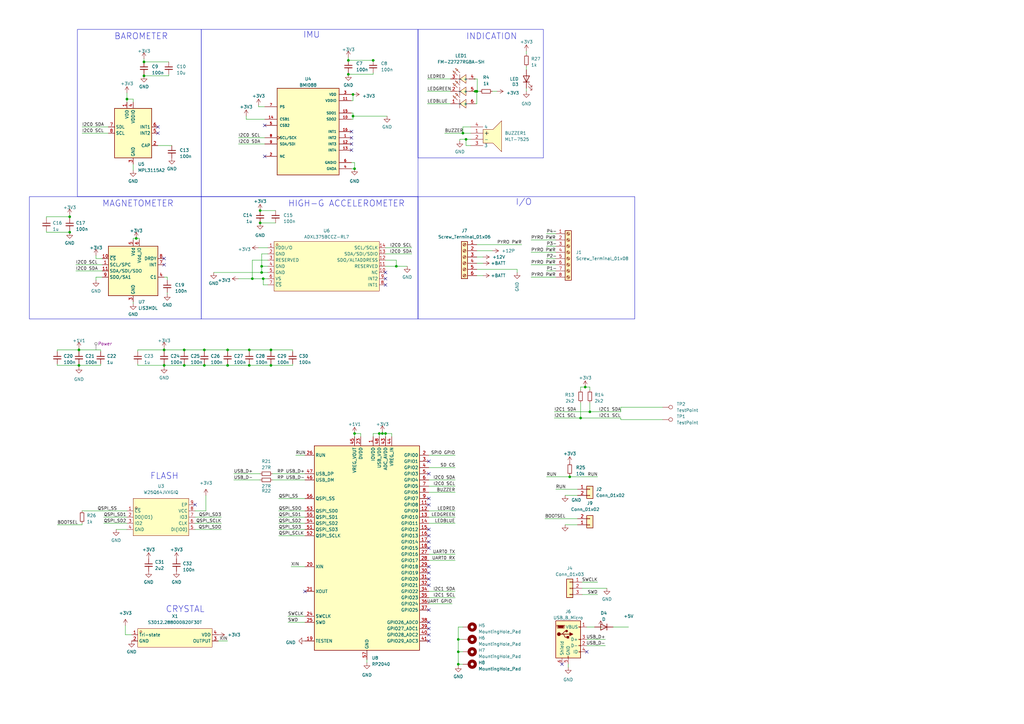
<source format=kicad_sch>
(kicad_sch (version 20230121) (generator eeschema)
  (paper "A3")
  (junction (at 106.68 91.44))
  (junction (at 145.415 177.8))
  (junction (at 28.575 88.9))
  (junction (at 103.505 114.3))
  (junction (at 32.385 143.51))
  (junction (at 52.07 40.64))
  (junction (at 238.125 171.45))
  (junction (at 187.96 267.335))
  (junction (at 93.345 143.51))
  (junction (at 67.31 149.86))
  (junction (at 59.055 31.115))
  (junction (at 83.82 143.51))
  (junction (at 241.935 168.91))
  (junction (at 195.58 37.4737))
  (junction (at 67.31 143.51))
  (junction (at 187.96 262.255))
  (junction (at 75.565 143.51))
  (junction (at 144.78 38.735))
  (junction (at 158.115 177.8))
  (junction (at 106.68 86.36))
  (junction (at 142.875 30.48))
  (junction (at 111.125 143.51))
  (junction (at 142.875 24.765))
  (junction (at 153.035 24.765))
  (junction (at 187.96 272.415))
  (junction (at 59.055 25.4))
  (junction (at 111.125 149.86))
  (junction (at 28.575 95.25))
  (junction (at 240.03 158.75))
  (junction (at 102.235 143.51))
  (junction (at 93.345 149.86))
  (junction (at 83.82 149.86))
  (junction (at 162.56 109.22))
  (junction (at 144.78 47.625))
  (junction (at 156.845 177.8))
  (junction (at 233.68 195.58))
  (junction (at 155.575 177.8))
  (junction (at 75.565 149.86))
  (junction (at 145.415 69.215))
  (junction (at 107.315 111.76))
  (junction (at 102.235 149.86))
  (junction (at 107.315 109.22))
  (junction (at 32.385 149.86))
  (junction (at 189.865 54.61))
  (junction (at 194.945 37.465))
  (junction (at 107.95 114.3))
  (junction (at 55.88 97.79))
  (junction (at 191.135 57.15))
  (junction (at 195.58 37.465))
  (no_connect (at 175.895 217.17))
  (no_connect (at 175.895 262.89))
  (no_connect (at 108.585 51.435))
  (no_connect (at 144.145 59.055))
  (no_connect (at 144.145 56.515))
  (no_connect (at 64.77 54.61))
  (no_connect (at 125.095 242.57))
  (no_connect (at 80.01 207.01))
  (no_connect (at 158.115 116.84))
  (no_connect (at 175.895 237.49))
  (no_connect (at 175.895 204.47))
  (no_connect (at 175.895 257.81))
  (no_connect (at 175.895 222.25))
  (no_connect (at 108.585 64.135))
  (no_connect (at 175.895 250.19))
  (no_connect (at 175.895 240.03))
  (no_connect (at 175.895 207.01))
  (no_connect (at 240.665 267.335))
  (no_connect (at 175.895 194.31))
  (no_connect (at 175.895 234.95))
  (no_connect (at 144.145 53.975))
  (no_connect (at 175.895 232.41))
  (no_connect (at 67.31 106.045))
  (no_connect (at 175.895 224.79))
  (no_connect (at 230.505 272.415))
  (no_connect (at 67.31 108.585))
  (no_connect (at 175.895 189.23))
  (no_connect (at 175.895 260.35))
  (no_connect (at 175.895 255.27))
  (no_connect (at 144.145 61.595))
  (no_connect (at 158.115 114.3))
  (no_connect (at 175.895 219.71))
  (no_connect (at 64.77 52.07))
  (no_connect (at 158.115 111.76))
  (wire (pts (xy 195.58 37.465) (xy 196.85 37.465)))
  (wire (pts (xy 191.135 57.15) (xy 191.135 59.69)))
  (wire (pts (xy 108.585 59.055) (xy 97.79 59.055)))
  (wire (pts (xy 19.05 88.9) (xy 19.05 89.535)))
  (wire (pts (xy 32.385 142.875) (xy 32.385 143.51)))
  (wire (pts (xy 57.15 97.79) (xy 57.15 98.425)))
  (wire (pts (xy 121.285 186.69) (xy 125.095 186.69)))
  (wire (pts (xy 175.895 199.39) (xy 186.69 199.39)))
  (wire (pts (xy 107.95 116.84) (xy 107.95 114.3)))
  (wire (pts (xy 175.895 212.09) (xy 186.69 212.09)))
  (wire (pts (xy 28.575 88.265) (xy 28.575 88.9)))
  (wire (pts (xy 107.315 111.76) (xy 109.855 111.76)))
  (wire (pts (xy 51.435 260.35) (xy 53.975 260.35)))
  (wire (pts (xy 114.3 209.55) (xy 125.095 209.55)))
  (wire (pts (xy 111.125 149.86) (xy 120.015 149.86)))
  (wire (pts (xy 23.495 215.265) (xy 33.655 215.265)))
  (wire (pts (xy 114.3 219.71) (xy 125.095 219.71)))
  (wire (pts (xy 84.455 203.2) (xy 84.455 209.55)))
  (wire (pts (xy 111.76 196.85) (xy 125.095 196.85)))
  (wire (pts (xy 175.895 186.69) (xy 186.69 186.69)))
  (wire (pts (xy 182.386 54.6187) (xy 189.865 54.6187)))
  (wire (pts (xy 175.895 196.85) (xy 186.69 196.85)))
  (wire (pts (xy 125.095 232.41) (xy 119.38 232.41)))
  (wire (pts (xy 28.575 88.9) (xy 28.575 89.535)))
  (wire (pts (xy 187.96 257.175) (xy 189.865 257.175)))
  (wire (pts (xy 120.015 143.51) (xy 120.015 144.145)))
  (wire (pts (xy 39.37 104.775) (xy 39.37 106.045)))
  (wire (pts (xy 238.125 158.75) (xy 240.03 158.75)))
  (wire (pts (xy 44.45 52.07) (xy 33.655 52.07)))
  (wire (pts (xy 194.451 32.3937) (xy 194.451 32.385)))
  (wire (pts (xy 75.565 149.86) (xy 83.82 149.86)))
  (wire (pts (xy 114.3 214.63) (xy 125.095 214.63)))
  (wire (pts (xy 102.235 149.86) (xy 111.125 149.86)))
  (wire (pts (xy 175.895 214.63) (xy 186.69 214.63)))
  (wire (pts (xy 41.91 108.585) (xy 31.115 108.585)))
  (wire (pts (xy 187.96 262.255) (xy 189.865 262.255)))
  (wire (pts (xy 240.665 262.255) (xy 248.285 262.255)))
  (wire (pts (xy 175.895 209.55) (xy 186.69 209.55)))
  (wire (pts (xy 162.56 109.22) (xy 162.56 106.68)))
  (wire (pts (xy 240.665 264.795) (xy 248.285 264.795)))
  (wire (pts (xy 109.855 109.22) (xy 107.315 109.22)))
  (wire (pts (xy 33.655 209.55) (xy 52.07 209.55)))
  (wire (pts (xy 75.565 143.51) (xy 83.82 143.51)))
  (wire (pts (xy 153.035 24.765) (xy 153.67 24.765)))
  (wire (pts (xy 189.865 54.61) (xy 189.865 52.07)))
  (wire (pts (xy 109.855 106.68) (xy 103.505 106.68)))
  (wire (pts (xy 59.055 25.4) (xy 69.215 25.4)))
  (wire (pts (xy 69.215 30.48) (xy 69.215 31.115)))
  (wire (pts (xy 113.03 86.36) (xy 106.68 86.36)))
  (wire (pts (xy 118.11 255.27) (xy 125.095 255.27)))
  (wire (pts (xy 103.505 106.68) (xy 103.505 114.3)))
  (wire (pts (xy 42.545 214.63) (xy 52.07 214.63)))
  (wire (pts (xy 233.68 195.58) (xy 245.11 195.58)))
  (wire (pts (xy 195.58 113.03) (xy 198.12 113.03)))
  (wire (pts (xy 39.37 114.935) (xy 39.37 113.665)))
  (wire (pts (xy 52.07 40.64) (xy 52.07 41.91)))
  (wire (pts (xy 194.945 37.465) (xy 195.58 37.465)))
  (wire (pts (xy 109.855 104.14) (xy 107.315 104.14)))
  (wire (pts (xy 155.575 177.8) (xy 155.575 179.07)))
  (wire (pts (xy 227.33 168.91) (xy 241.935 168.91)))
  (wire (pts (xy 238.125 171.45) (xy 254.635 171.45)))
  (wire (pts (xy 160.655 177.8) (xy 160.655 179.07)))
  (wire (pts (xy 175.895 242.57) (xy 186.69 242.57)))
  (wire (pts (xy 156.845 177.8) (xy 158.115 177.8)))
  (wire (pts (xy 224.155 106.045) (xy 227.965 106.045)))
  (wire (pts (xy 153.035 179.07) (xy 153.035 177.8)))
  (wire (pts (xy 195.58 107.95) (xy 198.12 107.95)))
  (wire (pts (xy 241.935 168.91) (xy 254.635 168.91)))
  (wire (pts (xy 144.145 38.735) (xy 144.78 38.735)))
  (wire (pts (xy 95.885 194.31) (xy 106.68 194.31)))
  (wire (pts (xy 59.055 31.115) (xy 69.215 31.115)))
  (wire (pts (xy 93.345 149.86) (xy 93.345 149.225)))
  (wire (pts (xy 189.865 52.07) (xy 193.04 52.07)))
  (wire (pts (xy 238.125 165.1) (xy 238.125 171.45)))
  (wire (pts (xy 55.88 97.79) (xy 54.61 97.79)))
  (wire (pts (xy 106.045 101.6) (xy 109.855 101.6)))
  (wire (pts (xy 175.895 245.11) (xy 186.69 245.11)))
  (wire (pts (xy 175.895 229.87) (xy 186.69 229.87)))
  (wire (pts (xy 67.31 149.86) (xy 67.31 149.225)))
  (wire (pts (xy 28.575 94.615) (xy 28.575 95.25)))
  (wire (pts (xy 67.31 143.51) (xy 75.565 143.51)))
  (wire (pts (xy 51.435 256.54) (xy 51.435 260.35)))
  (wire (pts (xy 32.385 143.51) (xy 32.385 144.145)))
  (wire (pts (xy 241.935 158.75) (xy 241.935 160.02)))
  (wire (pts (xy 145.415 177.8) (xy 145.415 179.07)))
  (wire (pts (xy 215.9 36.195) (xy 215.9 37.465)))
  (wire (pts (xy 97.79 114.3) (xy 103.505 114.3)))
  (wire (pts (xy 212.09 110.49) (xy 195.58 110.49)))
  (wire (pts (xy 224.155 95.885) (xy 227.965 95.885)))
  (wire (pts (xy 217.805 103.505) (xy 227.965 103.505)))
  (wire (pts (xy 118.11 252.73) (xy 125.095 252.73)))
  (wire (pts (xy 87.63 111.76) (xy 107.315 111.76)))
  (wire (pts (xy 195.58 105.41) (xy 198.12 105.41)))
  (wire (pts (xy 59.055 24.13) (xy 59.055 25.4)))
  (wire (pts (xy 114.3 217.17) (xy 125.095 217.17)))
  (wire (pts (xy 142.875 23.495) (xy 142.875 24.765)))
  (wire (pts (xy 145.415 177.8) (xy 147.955 177.8)))
  (wire (pts (xy 23.495 149.86) (xy 23.495 149.225)))
  (wire (pts (xy 189.865 54.61) (xy 193.04 54.61)))
  (wire (pts (xy 175.26 42.545) (xy 184.785 42.545)))
  (wire (pts (xy 111.76 194.31) (xy 125.095 194.31)))
  (wire (pts (xy 144.145 66.675) (xy 145.415 66.675)))
  (wire (pts (xy 41.91 111.125) (xy 31.115 111.125)))
  (wire (pts (xy 44.45 54.61) (xy 33.655 54.61)))
  (wire (pts (xy 56.515 143.51) (xy 67.31 143.51)))
  (wire (pts (xy 144.145 48.895) (xy 144.78 48.895)))
  (wire (pts (xy 107.315 104.14) (xy 107.315 109.22)))
  (wire (pts (xy 254.635 172.085) (xy 271.78 172.085)))
  (wire (pts (xy 42.545 212.09) (xy 52.07 212.09)))
  (wire (pts (xy 195.58 102.87) (xy 201.93 102.87)))
  (wire (pts (xy 254.635 167.005) (xy 271.78 167.005)))
  (wire (pts (xy 162.56 109.22) (xy 167.005 109.22)))
  (wire (pts (xy 56.515 143.51) (xy 56.515 144.145)))
  (wire (pts (xy 215.9 20.955) (xy 215.9 22.225)))
  (wire (pts (xy 23.495 149.86) (xy 32.385 149.86)))
  (wire (pts (xy 142.875 30.48) (xy 153.035 30.48)))
  (wire (pts (xy 236.855 215.265) (xy 231.775 215.265)))
  (wire (pts (xy 111.125 149.86) (xy 111.125 149.225)))
  (wire (pts (xy 224.155 111.125) (xy 227.965 111.125)))
  (wire (pts (xy 93.345 262.89) (xy 89.535 262.89)))
  (wire (pts (xy 28.575 95.25) (xy 19.05 95.25)))
  (wire (pts (xy 111.125 143.51) (xy 120.015 143.51)))
  (wire (pts (xy 144.145 41.275) (xy 144.78 41.275)))
  (wire (pts (xy 52.07 38.1) (xy 52.07 40.64)))
  (wire (pts (xy 191.135 57.15) (xy 193.04 57.15)))
  (wire (pts (xy 41.275 143.51) (xy 41.275 144.145)))
  (wire (pts (xy 144.145 46.355) (xy 144.78 46.355)))
  (wire (pts (xy 187.96 262.255) (xy 187.96 257.175)))
  (wire (pts (xy 195.58 42.545) (xy 195.58 37.4737)))
  (wire (pts (xy 156.845 177.165) (xy 156.845 177.8)))
  (wire (pts (xy 80.01 217.17) (xy 90.805 217.17)))
  (wire (pts (xy 107.95 114.3) (xy 109.855 114.3)))
  (wire (pts (xy 83.82 149.86) (xy 93.345 149.86)))
  (wire (pts (xy 32.385 143.51) (xy 41.275 143.51)))
  (wire (pts (xy 67.31 142.875) (xy 67.31 143.51)))
  (wire (pts (xy 257.81 257.175) (xy 251.46 257.175)))
  (wire (pts (xy 246.38 257.81) (xy 246.38 257.175)))
  (wire (pts (xy 41.275 149.86) (xy 41.275 149.225)))
  (wire (pts (xy 93.345 143.51) (xy 93.345 144.145)))
  (wire (pts (xy 32.385 149.86) (xy 32.385 149.225)))
  (wire (pts (xy 144.78 47.625) (xy 144.78 48.895)))
  (wire (pts (xy 100.965 47.625) (xy 100.965 48.895)))
  (wire (pts (xy 238.76 241.3) (xy 248.92 241.3)))
  (wire (pts (xy 240.03 158.75) (xy 241.935 158.75)))
  (wire (pts (xy 107.315 109.22) (xy 107.315 111.76)))
  (wire (pts (xy 23.495 143.51) (xy 32.385 143.51)))
  (wire (pts (xy 212.09 111.76) (xy 212.09 110.49)))
  (wire (pts (xy 84.455 209.55) (xy 80.01 209.55)))
  (wire (pts (xy 158.115 101.6) (xy 168.91 101.6)))
  (wire (pts (xy 158.115 177.8) (xy 158.115 179.07)))
  (wire (pts (xy 33.655 215.265) (xy 33.655 214.63)))
  (wire (pts (xy 19.05 88.9) (xy 28.575 88.9)))
  (wire (pts (xy 155.575 177.8) (xy 156.845 177.8)))
  (wire (pts (xy 175.26 32.385) (xy 184.785 32.385)))
  (wire (pts (xy 158.75 47.625) (xy 144.78 47.625)))
  (wire (pts (xy 158.115 177.8) (xy 160.655 177.8)))
  (wire (pts (xy 189.865 54.6187) (xy 189.865 54.61)))
  (wire (pts (xy 187.96 267.335) (xy 189.865 267.335)))
  (wire (pts (xy 111.125 143.51) (xy 111.125 144.145)))
  (wire (pts (xy 187.96 272.415) (xy 189.865 272.415)))
  (wire (pts (xy 64.77 59.69) (xy 70.485 59.69)))
  (wire (pts (xy 217.805 113.665) (xy 227.965 113.665)))
  (wire (pts (xy 23.495 143.51) (xy 23.495 144.145)))
  (wire (pts (xy 108.585 56.515) (xy 97.79 56.515)))
  (wire (pts (xy 100.965 48.895) (xy 108.585 48.895)))
  (wire (pts (xy 114.3 204.47) (xy 125.095 204.47)))
  (wire (pts (xy 150.495 271.78) (xy 150.495 270.51)))
  (wire (pts (xy 175.26 37.465) (xy 184.785 37.465)))
  (wire (pts (xy 193.816 37.4737) (xy 193.816 37.465)))
  (wire (pts (xy 238.76 243.84) (xy 245.11 243.84)))
  (wire (pts (xy 194.945 42.545) (xy 195.58 42.545)))
  (wire (pts (xy 80.01 214.63) (xy 90.805 214.63)))
  (wire (pts (xy 19.05 94.615) (xy 19.05 95.25)))
  (wire (pts (xy 68.58 113.665) (xy 68.58 114.935)))
  (wire (pts (xy 238.76 238.76) (xy 245.11 238.76)))
  (wire (pts (xy 142.875 24.765) (xy 153.035 24.765)))
  (wire (pts (xy 106.045 43.815) (xy 106.045 43.18)))
  (wire (pts (xy 254.635 172.085) (xy 254.635 171.45)))
  (wire (pts (xy 254.635 167.005) (xy 254.635 168.91)))
  (wire (pts (xy 54.61 97.79) (xy 54.61 98.425)))
  (wire (pts (xy 114.3 212.09) (xy 125.095 212.09)))
  (wire (pts (xy 236.855 212.725) (xy 223.52 212.725)))
  (wire (pts (xy 195.58 100.33) (xy 213.995 100.33)))
  (wire (pts (xy 188.595 57.785) (xy 188.595 57.15)))
  (wire (pts (xy 153.035 29.845) (xy 153.035 30.48)))
  (wire (pts (xy 215.9 28.575) (xy 215.9 27.305)))
  (wire (pts (xy 144.145 69.215) (xy 145.415 69.215)))
  (wire (pts (xy 195.721 37.4737) (xy 195.58 37.4737)))
  (wire (pts (xy 187.96 273.05) (xy 187.96 272.415)))
  (wire (pts (xy 227.965 200.66) (xy 236.855 200.66)))
  (wire (pts (xy 95.885 196.85) (xy 106.68 196.85)))
  (wire (pts (xy 191.135 59.69) (xy 193.04 59.69)))
  (wire (pts (xy 32.385 149.86) (xy 41.275 149.86)))
  (wire (pts (xy 106.045 43.815) (xy 108.585 43.815)))
  (wire (pts (xy 103.505 114.3) (xy 107.95 114.3)))
  (wire (pts (xy 238.125 158.75) (xy 238.125 160.02)))
  (wire (pts (xy 187.96 272.415) (xy 187.96 267.335)))
  (wire (pts (xy 144.78 46.355) (xy 144.78 47.625)))
  (wire (pts (xy 224.155 100.965) (xy 227.965 100.965)))
  (wire (pts (xy 68.58 120.015) (xy 68.58 120.65)))
  (wire (pts (xy 194.451 32.385) (xy 194.945 32.385)))
  (wire (pts (xy 54.61 40.64) (xy 52.07 40.64)))
  (wire (pts (xy 102.235 143.51) (xy 102.235 144.145)))
  (wire (pts (xy 56.515 149.86) (xy 56.515 149.225)))
  (wire (pts (xy 187.96 267.335) (xy 187.96 262.255)))
  (wire (pts (xy 54.61 123.825) (xy 54.61 124.46)))
  (wire (pts (xy 158.115 106.68) (xy 162.56 106.68)))
  (wire (pts (xy 39.37 113.665) (xy 41.91 113.665)))
  (wire (pts (xy 147.955 177.8) (xy 147.955 179.07)))
  (wire (pts (xy 83.82 149.86) (xy 83.82 149.225)))
  (wire (pts (xy 83.82 143.51) (xy 83.82 144.145)))
  (wire (pts (xy 67.31 113.665) (xy 68.58 113.665)))
  (wire (pts (xy 54.61 41.91) (xy 54.61 40.64)))
  (wire (pts (xy 102.235 143.51) (xy 111.125 143.51)))
  (wire (pts (xy 233.045 272.415) (xy 233.045 273.685)))
  (wire (pts (xy 32.385 149.86) (xy 32.385 150.495)))
  (wire (pts (xy 67.31 143.51) (xy 67.31 144.145)))
  (wire (pts (xy 217.805 98.425) (xy 227.965 98.425)))
  (wire (pts (xy 195.58 37.4737) (xy 193.816 37.4737)))
  (wire (pts (xy 233.68 194.945) (xy 233.68 195.58)))
  (wire (pts (xy 175.895 227.33) (xy 186.69 227.33)))
  (wire (pts (xy 67.31 149.86) (xy 67.31 150.495)))
  (wire (pts (xy 102.235 149.86) (xy 102.235 149.225)))
  (wire (pts (xy 59.055 30.48) (xy 59.055 31.115)))
  (wire (pts (xy 109.855 116.84) (xy 107.95 116.84)))
  (wire (pts (xy 188.595 57.15) (xy 191.135 57.15)))
  (wire (pts (xy 120.015 149.86) (xy 120.015 149.225)))
  (wire (pts (xy 201.93 37.465) (xy 203.835 37.465)))
  (wire (pts (xy 193.816 37.465) (xy 194.945 37.465)))
  (wire (pts (xy 54.61 69.85) (xy 54.61 67.31)))
  (wire (pts (xy 47.625 217.17) (xy 52.07 217.17)))
  (wire (pts (xy 144.78 41.275) (xy 144.78 38.735)))
  (wire (pts (xy 195.721 32.3937) (xy 195.721 37.4737)))
  (wire (pts (xy 175.895 201.93) (xy 186.69 201.93)))
  (wire (pts (xy 145.415 66.675) (xy 145.415 69.215)))
  (wire (pts (xy 240.665 257.175) (xy 243.84 257.175)))
  (wire (pts (xy 75.565 143.51) (xy 75.565 144.145)))
  (wire (pts (xy 83.82 143.51) (xy 93.345 143.51)))
  (wire (pts (xy 195.58 37.4737) (xy 195.58 37.465)))
  (wire (pts (xy 39.37 106.045) (xy 41.91 106.045)))
  (wire (pts (xy 227.33 171.45) (xy 238.125 171.45)))
  (wire (pts (xy 231.775 203.2) (xy 236.855 203.2)))
  (wire (pts (xy 195.721 32.3937) (xy 194.451 32.3937)))
  (wire (pts (xy 158.115 104.14) (xy 168.91 104.14)))
  (wire (pts (xy 153.035 177.8) (xy 155.575 177.8)))
  (wire (pts (xy 142.875 29.845) (xy 142.875 30.48)))
  (wire (pts (xy 158.115 109.22) (xy 162.56 109.22)))
  (wire (pts (xy 93.345 149.86) (xy 102.235 149.86)))
  (wire (pts (xy 67.31 149.86) (xy 56.515 149.86)))
  (wire (pts (xy 113.03 91.44) (xy 106.68 91.44)))
  (wire (pts (xy 185.42 247.65) (xy 175.895 247.65)))
  (wire (pts (xy 241.935 165.1) (xy 241.935 168.91)))
  (wire (pts (xy 75.565 149.86) (xy 75.565 149.225)))
  (wire (pts (xy 67.31 149.86) (xy 75.565 149.86)))
  (wire (pts (xy 80.01 212.09) (xy 90.805 212.09)))
  (wire (pts (xy 186.69 191.77) (xy 175.895 191.77)))
  (wire (pts (xy 224.155 195.58) (xy 233.68 195.58)))
  (wire (pts (xy 93.345 143.51) (xy 102.235 143.51)))
  (wire (pts (xy 217.805 108.585) (xy 227.965 108.585)))
  (wire (pts (xy 55.88 97.79) (xy 57.15 97.79)))
  (rectangle (start 82.55 12.065) (end 171.45 80.645))
  (rectangle (start 171.45 80.645) (end 260.35 130.81))
  (rectangle (start 82.55 80.645) (end 171.45 130.81))
  (rectangle (start 12.065 80.645) (end 82.55 130.81))
  (rectangle (start 31.75 12.065) (end 82.55 80.645))
  (rectangle (start 171.45 12.065) (end 222.885 64.77))
  (text "HIGH-G ACCELEROMETER" (at 118.11 85.09 0) (effects (font (size 2.54 2.54)) (justify left bottom)))
  (text "CRYSTAL" (at 67.945 251.46 0) (effects (font (size 2.54 2.54)) (justify left bottom)))
  (text "I/O" (at 211.455 84.455 0) (effects (font (size 2.54 2.54)) (justify left bottom)))
  (text "INDICATION" (at 191.135 16.51 0) (effects (font (size 2.54 2.54)) (justify left bottom)))
  (text "FLASH" (at 61.595 196.85 0) (effects (font (size 2.54 2.54)) (justify left bottom)))
  (text "IMU" (at 124.319 15.8663 0) (effects (font (size 2.54 2.54)) (justify left bottom)))
  (text "MAGNETOMETER" (at 41.91 85.09 0) (effects (font (size 2.54 2.54)) (justify left bottom)))
  (text "BAROMETER" (at 46.849 16.5013 0) (effects (font (size 2.54 2.54)) (justify left bottom)))
  (label "I2C0 SCL" (at 168.91 101.6 180))
  (label "PYRO PWR" (at 217.805 108.585 0))
  (label "QSPI_SD1" (at 114.3 212.09 0))
  (label "PYRO PWR" (at 217.805 98.425 0))
  (label "LEDRED" (at 175.26 32.385 0))
  (label "SD CS" (at 186.69 191.77 180))
  (label "P1-" (at 224.155 111.125 0))
  (label "I2C0 SDA" (at 168.91 104.14 180))
  (label "I2C1 SDA" (at 186.69 242.57 180))
  (label "SWD" (at 245.11 243.84 180))
  (label "I2C1 SDA" (at 254.635 168.91 180))
  (label "P3-" (at 224.155 100.965 0))
  (label "USB_D-" (at 248.285 264.795 180))
  (label "P2-" (at 224.155 106.045 0))
  (label "I2C1 SCL" (at 186.69 245.11 180))
  (label "I2C0 SCL" (at 186.69 199.39 180))
  (label "QSPI_SDO" (at 90.805 217.17 180))
  (label "RUN" (at 245.11 195.58 180))
  (label "RP USB_D-" (at 113.665 196.85 0))
  (label "QSPI_SD2" (at 42.545 214.63 0))
  (label "PYRO PWR" (at 217.805 103.505 0))
  (label "SWCLK" (at 245.11 238.76 180))
  (label "SWCLK" (at 118.11 252.73 0))
  (label "P4-" (at 224.155 95.885 0))
  (label "BUZZER" (at 182.386 54.6187 0))
  (label "UART GPIO" (at 185.42 247.65 180))
  (label "BOOTSEL" (at 23.495 215.265 0))
  (label "XIN" (at 93.345 262.89 180))
  (label "QSPI_SS" (at 40.005 209.55 0))
  (label "RUN" (at 227.965 200.66 0))
  (label "RUN" (at 224.155 195.58 0))
  (label "I2C0 SCL" (at 31.115 108.585 0))
  (label "I2C0 SDA" (at 31.115 111.125 0))
  (label "QSPI_SCLK" (at 90.805 214.63 180))
  (label "I2C1 SCL" (at 254.635 171.45 180))
  (label "LEDBLUE" (at 186.69 214.63 180))
  (label "I2C0 SDA" (at 97.79 59.055 0))
  (label "XIN" (at 119.38 232.41 0))
  (label "QSPI_SD1" (at 42.545 212.09 0))
  (label "I2C0 SCL" (at 33.655 54.61 0))
  (label "I2C0 SDA" (at 186.69 196.85 180))
  (label "UART0 TX" (at 186.69 227.33 180))
  (label "RP USB_D+" (at 113.665 194.31 0))
  (label "SWD" (at 118.11 255.27 0))
  (label "LEDGREEN" (at 175.26 37.465 0))
  (label "I2C1 SDA" (at 227.33 168.91 0))
  (label "LEDGREEN" (at 186.69 212.09 180))
  (label "BOOTSEL" (at 223.52 212.725 0))
  (label "QSPI_SS" (at 114.3 204.47 0))
  (label "I2C1 SCL" (at 227.33 171.45 0))
  (label "QSPI_SCLK" (at 114.3 219.71 0))
  (label "QSPI_SDO" (at 114.3 209.55 0))
  (label "PYRO PWR" (at 217.805 113.665 0))
  (label "USB_D+" (at 95.885 194.31 0))
  (label "LEDRED" (at 186.69 209.55 180))
  (label "LEDBLUE" (at 175.26 42.545 0))
  (label "USB_D+" (at 248.285 262.255 180))
  (label "I2C0 SDA" (at 33.655 52.07 0))
  (label "RUN" (at 121.285 186.69 0))
  (label "SPI0 GPIO" (at 186.69 186.69 180))
  (label "USB_D-" (at 95.885 196.85 0))
  (label "QSPI_SD2" (at 114.3 214.63 0))
  (label "I2C0 SCL" (at 97.79 56.515 0))
  (label "BUZZER" (at 186.69 201.93 180))
  (label "QSPI_SD3" (at 114.3 217.17 0))
  (label "UART0 RX" (at 186.69 229.87 180))
  (label "PYRO PWR" (at 213.995 100.33 180))
  (label "QSPI_SD3" (at 90.805 212.09 180))
  (netclass_flag "" (length 2.54) (shape round) (at 39.37 143.51 0) (property "Netclass" "Power" (at 40.0685 140.97 0) (effects (font italic) (justify left))))
  (symbol (lib_id "power:+3V3") (at 97.79 114.3 90) (unit 1)
    (property "Reference" "#PWR047" (effects hide))
    (property "Value" "+3V3" (at 94.615 114.935 90) (effects (justify left)))
    (instances (project "Lyrav3" (path "" (reference "#PWR047") (unit 1)) (path "" (reference "#PWR054") (unit 1))))
  )
  (symbol (lib_id "Device:C_Small") (at 68.58 117.475 0) (unit 1)
    (property "Reference" "C19" (at 71.755 116.8463 0) (effects (justify left)))
    (property "Value" "100n" (at 71.755 119.3863 0) (effects (justify left)))
    (property "Footprint" "Capacitor_SMD:C_0402_1005Metric" (effects hide))
    (instances (project "Lyrav3" (path "" (reference "C19") (unit 1)) (path "" (reference "C19") (unit 1))) (project "Lyra V2" (path "" (reference "C12") (unit 1))))
  )
  (symbol (lib_id "Device:C_Small") (at 83.82 146.685 0) (unit 1)
    (property "Reference" "C26" (at 86.36 146.0563 0) (effects (justify left)))
    (property "Value" "100n" (at 86.36 148.59 0) (effects (justify left)))
    (property "Footprint" "Capacitor_SMD:C_0402_1005Metric" (effects hide))
    (instances (project "Lyrav3" (path "" (reference "C26") (unit 1)) (path "" (reference "C23") (unit 1))) (project "Lyra V2" (path "" (reference "C24") (unit 1))))
  )
  (symbol (lib_id "power:+3V3") (at 156.845 177.165 0) (unit 1)
    (property "Reference" "#PWR064" (effects hide))
    (property "Value" "+3V3" (at 156.845 173.99 0))
    (instances (project "Lyrav3" (path "" (reference "#PWR064") (unit 1)) (path "" (reference "#PWR085") (unit 1))) (project "Lyra V2" (path "" (reference "#PWR093") (unit 1))))
  )
  (symbol (lib_id "Device:C_Small") (at 56.515 146.685 0) (unit 1)
    (property "Reference" "C23" (at 59.055 146.0563 0) (effects (justify left)))
    (property "Value" "1u" (at 59.055 148.5963 0) (effects (justify left)))
    (property "Footprint" "Capacitor_SMD:C_0402_1005Metric" (effects hide))
    (instances (project "Lyrav3" (path "" (reference "C23") (unit 1)) (path "" (reference "C15") (unit 1))) (project "Lyra V2" (path "" (reference "C21") (unit 1))))
  )
  (symbol (lib_id "Device:C_Small") (at 153.035 27.305 0) (unit 1)
    (property "Reference" "C8" (at 156.21 26.0413 0) (effects (justify left)))
    (property "Value" "100n" (at 156.21 28.5813 0) (effects (justify left)))
    (property "Footprint" "Capacitor_SMD:C_0402_1005Metric" (effects hide))
    (instances (project "Lyrav3" (path "" (reference "C8") (unit 1)) (path "" (reference "C31") (unit 1))) (project "Lyra V2" (path "" (reference "C28") (unit 1))))
  )
  (symbol (lib_id "power:GND") (at 28.575 95.25 0) (unit 1)
    (property "Reference" "#PWR039" (effects hide))
    (property "Value" "GND" (at 28.575 99.695 0))
    (instances (project "Lyrav3" (path "" (reference "#PWR039") (unit 1)) (path "" (reference "#PWR013") (unit 1))) (project "Lyra V2" (path "" (reference "#PWR061") (unit 1))))
  )
  (symbol (lib_id "power:+3V3") (at 52.07 38.1 0) (unit 1)
    (property "Reference" "#PWR022" (effects hide))
    (property "Value" "+3V3" (at 52.07 34.29 0))
    (instances (project "Lyrav3" (path "" (reference "#PWR022") (unit 1)) (path "" (reference "#PWR033") (unit 1))) (project "Lyra V2" (path "" (reference "#PWR080") (unit 1))))
  )
  (symbol (lib_id "power:GND") (at 150.495 271.78 0) (unit 1)
    (property "Reference" "#PWR086" (effects hide))
    (property "Value" "GND" (at 150.495 276.86 0))
    (instances (project "Lyrav3" (path "" (reference "#PWR086") (unit 1)) (path "" (reference "#PWR074") (unit 1))) (project "Lyra V2" (path "" (reference "#PWR092") (unit 1))))
  )
  (symbol (lib_id "power:GND") (at 231.775 203.2 0) (unit 1)
    (property "Reference" "#PWR076" (effects hide))
    (property "Value" "GND" (at 234.315 205.105 0) (effects (justify left)))
    (instances (project "Lyrav3" (path "" (reference "#PWR076") (unit 1)) (path "" (reference "#PWR091") (unit 1))) (project "Lyra V2" (path "" (reference "#PWR027") (unit 1))))
  )
  (symbol (lib_id "power:+BATT") (at 198.12 107.95 270) (unit 1)
    (property "Reference" "#PWR0109" (effects hide))
    (property "Value" "+BATT" (at 201.295 107.95 90) (effects (justify left)))
    (instances (project "Lyrav3" (path "" (reference "#PWR0109") (unit 1)) (path "" (reference "#PWR024") (unit 1)) (path "" (reference "#PWR020") (unit 1))) (project "Lyra V2" (path "" (reference "#PWR016") (unit 1))))
  )
  (symbol (lib_id "power:GND") (at 248.92 241.3 0) (unit 1)
    (property "Reference" "#PWR079" (effects hide))
    (property "Value" "GND" (at 248.92 245.745 0))
    (instances (project "Lyrav3" (path "" (reference "#PWR079") (unit 1)) (path "" (reference "#PWR096") (unit 1))) (project "Lyra V2" (path "" (reference "#PWR066") (unit 1))))
  )
  (symbol (lib_id "power:+3V3") (at 89.535 260.35 270) (unit 1)
    (property "Reference" "#PWR074" (effects hide))
    (property "Value" "+3V3" (at 93.345 260.35 90) (effects (justify left)))
    (instances (project "Lyrav3" (path "" (reference "#PWR074") (unit 1)) (path "" (reference "#PWR050") (unit 1))) (project "Lyra V2" (path "" (reference "#PWR072") (unit 1))))
  )
  (symbol (lib_id "power:+3V3") (at 51.435 256.54 0) (unit 1)
    (property "Reference" "#PWR072" (effects hide))
    (property "Value" "+3V3" (at 51.435 251.46 0))
    (instances (project "Lyrav3" (path "" (reference "#PWR072") (unit 1)) (path "" (reference "#PWR029") (unit 1))) (project "Lyra V2" (path "" (reference "#PWR072") (unit 1))))
  )
  (symbol (lib_id "power:+3V3") (at 144.78 38.735 270) (unit 1)
    (property "Reference" "#PWR023" (effects hide))
    (property "Value" "+3V3" (at 148.59 39.37 90) (effects (justify left)))
    (instances (project "Lyrav3" (path "" (reference "#PWR023") (unit 1)) (path "" (reference "#PWR079") (unit 1))) (project "Lyra V2" (path "" (reference "#PWR096") (unit 1))))
  )
  (symbol (lib_id "Device:C_Small") (at 41.275 146.685 0) (unit 1)
    (property "Reference" "C22" (at 43.815 146.0563 0) (effects (justify left)))
    (property "Value" "1u" (at 43.815 148.5963 0) (effects (justify left)))
    (property "Footprint" "Capacitor_SMD:C_0402_1005Metric" (effects hide))
    (instances (project "Lyrav3" (path "" (reference "C22") (unit 1)) (path "" (reference "C13") (unit 1))) (project "Lyra V2" (path "" (reference "C20") (unit 1))))
  )
  (symbol (lib_id "Connector_Generic:Conn_01x02") (at 241.935 215.265 0) (mirror x) (unit 1) (in_bom no)
    (property "Reference" "J9" (at 241.935 206.375 0))
    (property "Value" "Conn_01x02" (at 240.03 208.915 0))
    (property "Footprint" "Jumper:SolderJumper-2_P1.3mm_Open_RoundedPad1.0x1.5mm" (effects hide))
    (instances (project "Lyrav3" (path "" (reference "J9") (unit 1)) (path "" (reference "J6") (unit 1))))
  )
  (symbol (lib_id "Device:R_Small") (at 233.68 192.405 0) (mirror y) (unit 1)
    (property "Reference" "R25" (at 236.22 191.77 0) (effects (justify right)))
    (property "Value" "10k" (at 236.22 194.31 0) (effects (justify right)))
    (property "Footprint" "Resistor_SMD:R_0402_1005Metric" (effects hide))
    (property "LCSC Part" "C375970" (effects hide))
    (instances (project "Lyrav3" (path "" (reference "R25") (unit 1)) (path "" (reference "R22") (unit 1))) (project "Lyra V2" (path "" (reference "R19") (unit 1))))
  )
  (symbol (lib_id "Device:R_Small") (at 215.9 24.765 180) (unit 1)
    (property "Reference" "R27" (at 217.805 24.13 0) (effects (justify right)))
    (property "Value" "1k" (at 217.805 26.67 0) (effects (justify right)))
    (property "Footprint" "Resistor_SMD:R_0402_1005Metric" (effects hide))
    (instances (project "Lyrav3" (path "" (reference "R27") (unit 1)) (path "" (reference "R3") (unit 1)) (path "" (reference "R3") (unit 1))) (project "Lyra V2" (path "" (reference "R1") (unit 1))))
  )
  (symbol (lib_id "power:GND") (at 68.58 120.65 0) (unit 1)
    (property "Reference" "#PWR049" (effects hide))
    (property "Value" "GND" (at 68.58 125.095 0))
    (instances (project "Lyrav3" (path "" (reference "#PWR049") (unit 1)) (path "" (reference "#PWR047") (unit 1))) (project "Lyra V2" (path "" (reference "#PWR062") (unit 1))))
  )
  (symbol (lib_id "Connector_Generic:Conn_01x02") (at 241.935 200.66 0) (unit 1)
    (property "Reference" "J2" (at 244.475 200.66 0) (effects (justify left)))
    (property "Value" "Conn_01x02" (at 244.475 203.2 0) (effects (justify left)))
    (property "Footprint" "Jumper:SolderJumper-2_P1.3mm_Open_RoundedPad1.0x1.5mm" (effects hide))
    (instances (project "Lyrav3" (path "" (reference "J2") (unit 1)) (path "" (reference "J5") (unit 1))))
  )
  (symbol (lib_id "power:GND") (at 167.005 109.22 0) (unit 1)
    (property "Reference" "#PWR044" (effects hide))
    (property "Value" "GND" (at 167.005 113.665 0))
    (instances (project "Lyrav3" (path "" (reference "#PWR044") (unit 1)) (path "" (reference "#PWR088") (unit 1))))
  )
  (symbol (lib_id "Device:C_Small") (at 23.495 146.685 0) (unit 1)
    (property "Reference" "C20" (at 26.035 146.0563 0) (effects (justify left)))
    (property "Value" "100n" (at 26.035 148.5963 0) (effects (justify left)))
    (property "Footprint" "Capacitor_SMD:C_0402_1005Metric" (effects hide))
    (instances (project "Lyrav3" (path "" (reference "C20") (unit 1)) (path "" (reference "C8") (unit 1))) (project "Lyra V2" (path "" (reference "C15") (unit 1))))
  )
  (symbol (lib_id "power:+3V3") (at 55.88 97.79 0) (unit 1)
    (property "Reference" "#PWR040" (effects hide))
    (property "Value" "+3V3" (at 55.88 94.615 0))
    (instances (project "Lyrav3" (path "" (reference "#PWR040") (unit 1)) (path "" (reference "#PWR038") (unit 1))) (project "Lyra V2" (path "" (reference "#PWR052") (unit 1))))
  )
  (symbol (lib_id "power:GND") (at 72.39 234.315 0) (unit 1)
    (property "Reference" "#PWR099" (effects hide))
    (property "Value" "GND" (at 72.39 238.76 0))
    (instances (project "Lyrav3" (path "" (reference "#PWR099") (unit 1)) (path "" (reference "#PWR043") (unit 1))) (project "Lyra V2" (path "" (reference "#PWR085") (unit 1))))
  )
  (symbol (lib_id "power:GND") (at 125.095 262.89 270) (unit 1)
    (property "Reference" "#PWR082" (effects hide))
    (property "Value" "GND" (at 121.285 263.525 90) (effects (justify right)))
    (instances (project "Lyrav3" (path "" (reference "#PWR082") (unit 1)) (path "" (reference "#PWR069") (unit 1))) (project "Lyra V2" (path "" (reference "#PWR086") (unit 1))))
  )
  (symbol (lib_id "Connector:TestPoint") (at 271.78 172.085 270) (unit 1)
    (property "Reference" "TP1" (at 277.495 170.815 90) (effects (justify left)))
    (property "Value" "TestPoint" (at 277.495 173.355 90) (effects (justify left)))
    (instances (project "Lyrav3" (path "" (reference "TP1") (unit 1)) (path "" (reference "TP2") (unit 1)) (path "" (reference "TP2") (unit 1))))
  )
  (symbol (lib_id "Connector:Screw_Terminal_01x08") (at 233.045 103.505 0) (unit 1)
    (property "Reference" "J1" (at 236.22 103.505 0) (effects (justify left)))
    (property "Value" "Screw_Terminal_01x08" (at 236.22 106.045 0) (effects (justify left)))
    (property "Footprint" "TerminalBlock_Phoenix:TerminalBlock_Phoenix_MPT-0,5-8-2.54_1x08_P2.54mm_Horizontal" (effects hide))
    (instances (project "Lyrav3" (path "" (reference "J1") (unit 1)) (path "" (reference "J3") (unit 1)) (path "" (reference "J3") (unit 1))))
  )
  (symbol (lib_id "Device:R_Small") (at 109.22 196.85 270) (unit 1)
    (property "Reference" "R22" (at 109.22 201.295 90))
    (property "Value" "27R" (at 109.22 199.39 90))
    (property "Footprint" "Resistor_SMD:R_0402_1005Metric" (effects hide))
    (property "LCSC Part" "C2909343" (effects hide))
    (instances (project "Lyrav3" (path "" (reference "R22") (unit 1)) (path "" (reference "R21") (unit 1))) (project "Lyra V2" (path "" (reference "R16") (unit 1))))
  )
  (symbol (lib_id "power:GND") (at 39.37 114.935 0) (unit 1)
    (property "Reference" "#PWR048" (effects hide))
    (property "Value" "GND" (at 39.37 119.38 0))
    (instances (project "Lyrav3" (path "" (reference "#PWR048") (unit 1)) (path "" (reference "#PWR026") (unit 1))) (project "Lyra V2" (path "" (reference "#PWR050") (unit 1))))
  )
  (symbol (lib_id "Device:R_Small") (at 33.655 212.09 0) (unit 1)
    (property "Reference" "R26" (at 35.56 211.455 0) (effects (justify left)))
    (property "Value" "1k" (at 35.56 213.995 0) (effects (justify left)))
    (property "Footprint" "Resistor_SMD:R_0402_1005Metric" (effects hide))
    (instances (project "Lyrav3" (path "" (reference "R26") (unit 1)) (path "" (reference "R13") (unit 1))) (project "Lyra V2" (path "" (reference "R13") (unit 1))))
  )
  (symbol (lib_id "power:+3V3") (at 60.96 229.235 0) (unit 1)
    (property "Reference" "#PWR095" (effects hide))
    (property "Value" "+3V3" (at 60.96 225.425 0))
    (instances (project "Lyrav3" (path "" (reference "#PWR095") (unit 1)) (path "" (reference "#PWR034") (unit 1))) (project "Lyra V2" (path "" (reference "#PWR084") (unit 1))))
  )
  (symbol (lib_id "power:GND") (at 142.875 30.48 0) (unit 1)
    (property "Reference" "#PWR015" (effects hide))
    (property "Value" "GND" (at 142.875 34.925 0))
    (instances (project "Lyrav3" (path "" (reference "#PWR015") (unit 1)) (path "" (reference "#PWR076") (unit 1))) (project "Lyra V2" (path "" (reference "#PWR095") (unit 1))))
  )
  (symbol (lib_id "power:GND") (at 215.9 37.465 0) (unit 1)
    (property "Reference" "#PWR092" (effects hide))
    (property "Value" "GND" (at 215.9 42.545 0))
    (instances (project "Lyrav3" (path "" (reference "#PWR092") (unit 1)) (path "" (reference "#PWR08") (unit 1)) (path "" (reference "#PWR08") (unit 1))) (project "Lyra V2" (path "" (reference "#PWR04") (unit 1))))
  )
  (symbol (lib_id "power:+3V3") (at 28.575 88.265 0) (unit 1)
    (property "Reference" "#PWR037" (effects hide))
    (property "Value" "+3V3" (at 28.575 85.09 0))
    (instances (project "Lyrav3" (path "" (reference "#PWR037") (unit 1)) (path "" (reference "#PWR012") (unit 1))) (project "Lyra V2" (path "" (reference "#PWR060") (unit 1))))
  )
  (symbol (lib_id "power:+3V3") (at 72.39 229.235 0) (unit 1)
    (property "Reference" "#PWR096" (effects hide))
    (property "Value" "+3V3" (at 72.39 225.425 0))
    (instances (project "Lyrav3" (path "" (reference "#PWR096") (unit 1)) (path "" (reference "#PWR042") (unit 1))) (project "Lyra V2" (path "" (reference "#PWR084") (unit 1))))
  )
  (symbol (lib_id "power:+BATT") (at 198.12 113.03 270) (unit 1)
    (property "Reference" "#PWR0111" (effects hide))
    (property "Value" "+BATT" (at 201.295 113.03 90) (effects (justify left)))
    (instances (project "Lyrav3" (path "" (reference "#PWR0111") (unit 1)) (path "" (reference "#PWR025") (unit 1)) (path "" (reference "#PWR021") (unit 1))) (project "Lyra V2" (path "" (reference "#PWR018") (unit 1))))
  )
  (symbol (lib_id "power:+3V3") (at 142.875 23.495 0) (unit 1)
    (property "Reference" "#PWR012" (effects hide))
    (property "Value" "+3V3" (at 142.875 20.32 0))
    (instances (project "Lyrav3" (path "" (reference "#PWR012") (unit 1)) (path "" (reference "#PWR075") (unit 1))) (project "Lyra V2" (path "" (reference "#PWR094") (unit 1))))
  )
  (symbol (lib_id "power:GND") (at 188.595 57.785 0) (unit 1)
    (property "Reference" "#PWR052" (effects hide))
    (property "Value" "GND" (at 188.595 62.23 0))
    (instances (project "Lyrav3" (path "" (reference "#PWR052") (unit 1)) (path "" (reference "#PWR01") (unit 1)) (path "" (reference "#PWR01") (unit 1))) (project "Lyra V2" (path "" (reference "#PWR048") (unit 1))))
  )
  (symbol (lib_id "Device:C_Small") (at 120.015 146.685 0) (unit 1)
    (property "Reference" "C30" (at 122.555 146.0563 0) (effects (justify left)))
    (property "Value" "100n" (at 122.555 148.5963 0) (effects (justify left)))
    (property "Footprint" "Capacitor_SMD:C_0402_1005Metric" (effects hide))
    (instances (project "Lyrav3" (path "" (reference "C30") (unit 1)) (path "" (reference "C29") (unit 1))) (project "Lyra V2" (path "" (reference "C30") (unit 1))))
  )
  (symbol (lib_id "MCU_RaspberryPi:RP2040") (at 150.495 224.79 0) (unit 1)
    (property "Reference" "U8" (at 152.4509 269.875 0) (effects (justify left)))
    (property "Value" "RP2040" (at 152.4509 272.415 0) (effects (justify left)))
    (property "Footprint" "Package_DFN_QFN:QFN-56-1EP_7x7mm_P0.4mm_EP3.2x3.2mm" (effects hide))
    (property "Datasheet" "https://datasheets.raspberrypi.com/rp2040/rp2040-datasheet.pdf" (effects hide))
    (property "LCSC Part" "C2040" (effects hide))
    (instances (project "Lyrav3" (path "" (reference "U8") (unit 1)) (path "" (reference "U8") (unit 1))) (project "Lyra V2" (path "" (reference "U6") (unit 1))))
  )
  (symbol (lib_id "power:+3V3") (at 39.37 104.775 0) (unit 1)
    (property "Reference" "#PWR043" (effects hide))
    (property "Value" "+3V3" (at 39.37 101.6 0))
    (instances (project "Lyrav3" (path "" (reference "#PWR043") (unit 1)) (path "" (reference "#PWR023") (unit 1))) (project "Lyra V2" (path "" (reference "#PWR049") (unit 1))))
  )
  (symbol (lib_id "power:+3V3") (at 67.31 142.875 0) (unit 1)
    (property "Reference" "#PWR054" (effects hide))
    (property "Value" "+3V3" (at 67.31 139.7 0))
    (instances (project "Lyrav3" (path "" (reference "#PWR054") (unit 1)) (path "" (reference "#PWR044") (unit 1))) (project "Lyra V2" (path "" (reference "#PWR089") (unit 1))))
  )
  (symbol (lib_id "power:+3V3") (at 106.045 43.18 0) (unit 1)
    (property "Reference" "#PWR026" (effects hide))
    (property "Value" "+3V3" (at 106.045 39.37 0))
    (instances (project "Lyrav3" (path "" (reference "#PWR026") (unit 1)) (path "" (reference "#PWR059") (unit 1))) (project "Lyra V2" (path "" (reference "#PWR088") (unit 1))))
  )
  (symbol (lib_id "Device:C_Small") (at 59.055 27.94 0) (unit 1)
    (property "Reference" "C9" (at 62.23 27.3113 0) (effects (justify left)))
    (property "Value" "100n" (at 62.23 29.8513 0) (effects (justify left)))
    (property "Footprint" "Capacitor_SMD:C_0402_1005Metric" (effects hide))
    (instances (project "Lyrav3" (path "" (reference "C9") (unit 1)) (path "" (reference "C16") (unit 1))) (project "Lyra V2" (path "" (reference "C16") (unit 1))))
  )
  (symbol (lib_id "power:GND") (at 60.96 234.315 0) (unit 1)
    (property "Reference" "#PWR098" (effects hide))
    (property "Value" "GND" (at 60.96 238.76 0))
    (instances (project "Lyrav3" (path "" (reference "#PWR098") (unit 1)) (path "" (reference "#PWR035") (unit 1))) (project "Lyra V2" (path "" (reference "#PWR085") (unit 1))))
  )
  (symbol (lib_id "Device:R_Small") (at 241.935 162.56 0) (mirror y) (unit 1)
    (property "Reference" "R14" (at 243.84 161.925 0) (effects (justify right)))
    (property "Value" "2k2" (at 243.84 164.465 0) (effects (justify right)))
    (property "Footprint" "Resistor_SMD:R_0402_1005Metric" (effects hide))
    (property "LCSC Part" " C163447 " (effects hide))
    (instances (project "Lyrav3" (path "" (reference "R14") (unit 1)) (path "" (reference "R26") (unit 1))) (project "Lyra V2" (path "" (reference "R18") (unit 1))))
  )
  (symbol (lib_id "Mechanical:MountingHole_Pad") (at 192.405 272.415 270) (unit 1)
    (property "Reference" "H8" (at 196.215 271.78 90) (effects (justify left)))
    (property "Value" "MountingHole_Pad" (at 196.215 274.32 90) (effects (justify left)))
    (property "Footprint" "MountingHole:MountingHole_3.2mm_M3_DIN965_Pad" (effects hide))
    (instances (project "Lyrav3" (path "" (reference "H8") (unit 1)) (path "" (reference "H4") (unit 1))) (project "Lyra V2" (path "" (reference "H4") (unit 1))))
  )
  (symbol (lib_id "power:GND") (at 54.61 124.46 0) (unit 1)
    (property "Reference" "#PWR050" (effects hide))
    (property "Value" "GND" (at 54.61 128.905 0))
    (instances (project "Lyrav3" (path "" (reference "#PWR050") (unit 1)) (path "" (reference "#PWR037") (unit 1))) (project "Lyra V2" (path "" (reference "#PWR051") (unit 1))))
  )
  (symbol (lib_id "easyeda2kicad:MLT-7525") (at 198.12 54.61 180) (unit 1)
    (property "Reference" "BUZZER1" (at 207.01 54.61 0) (effects (justify right)))
    (property "Value" "MLT-7525" (at 207.01 57.15 0) (effects (justify right)))
    (property "Footprint" "easyeda2kicad:BUZ-SMD_4P-L7.5-W7.5-P7.59-TL" (effects hide))
    (property "Datasheet" "https://lcsc.com/product-detail/Buzzers_MLT-7525_C95299.html" (effects hide))
    (property "LCSC Part" "C95299" (effects hide))
  )
  (symbol (lib_id "easyeda2kicad:S3D12.288000B20F30T") (at 71.755 260.35 0) (unit 1)
    (property "Reference" "X1" (at 71.755 252.73 0))
    (property "Value" "S3D12.288000B20F30T" (at 71.755 255.27 0))
    (property "Footprint" "easyeda2kicad:OSC-SMD_4P-L3.2-W2.5-BL_SIT8008BI" (effects hide))
    (property "Datasheet" "https://lcsc.com/product-detail/SMD-Oscillators-XO_Shenzhen-SCTF-Elec-S3D12-288000B20F30T_C387351.html" (effects hide))
    (property "LCSC Part" "C387351" (effects hide))
  )
  (symbol (lib_id "power:+3V3") (at 215.9 20.955 0) (unit 1)
    (property "Reference" "#PWR091" (effects hide))
    (property "Value" "+3V3" (at 215.9 17.145 0))
    (instances (project "Lyrav3" (path "" (reference "#PWR091") (unit 1)) (path "" (reference "#PWR07") (unit 1)) (path "" (reference "#PWR07") (unit 1))) (project "Lyra V2" (path "" (reference "#PWR03") (unit 1))))
  )
  (symbol (lib_id "power:GND") (at 53.975 262.89 0) (unit 1)
    (property "Reference" "#PWR075" (effects hide))
    (property "Value" "GND" (at 53.975 267.335 0))
    (instances (project "Lyrav3" (path "" (reference "#PWR075") (unit 1)) (path "" (reference "#PWR030") (unit 1))) (project "Lyra V2" (path "" (reference "#PWR073") (unit 1))))
  )
  (symbol (lib_id "power:GND") (at 67.31 150.495 0) (unit 1)
    (property "Reference" "#PWR059" (effects hide))
    (property "Value" "GND" (at 67.31 154.94 0))
    (instances (project "Lyrav3" (path "" (reference "#PWR059") (unit 1)) (path "" (reference "#PWR045") (unit 1))) (project "Lyra V2" (path "" (reference "#PWR090") (unit 1))))
  )
  (symbol (lib_id "Device:C_Small") (at 60.96 231.775 0) (unit 1)
    (property "Reference" "C31" (at 63.5 230.5113 0) (effects (justify left)))
    (property "Value" "2u2" (at 63.5 233.0513 0) (effects (justify left)))
    (property "Footprint" "Capacitor_SMD:C_0402_1005Metric" (effects hide))
    (instances (project "Lyrav3" (path "" (reference "C31") (unit 1)) (path "" (reference "C14") (unit 1))) (project "Lyra V2" (path "" (reference "C18") (unit 1))))
  )
  (symbol (lib_id "Connector:TestPoint") (at 271.78 167.005 270) (unit 1)
    (property "Reference" "TP2" (at 277.495 165.735 90) (effects (justify left)))
    (property "Value" "TestPoint" (at 277.495 168.275 90) (effects (justify left)))
    (instances (project "Lyrav3" (path "" (reference "TP2") (unit 1)) (path "" (reference "TP1") (unit 1)) (path "" (reference "TP1") (unit 1))))
  )
  (symbol (lib_id "Mechanical:MountingHole_Pad") (at 192.405 262.255 270) (unit 1)
    (property "Reference" "H6" (at 196.215 261.62 90) (effects (justify left)))
    (property "Value" "MountingHole_Pad" (at 196.215 264.16 90) (effects (justify left)))
    (property "Footprint" "MountingHole:MountingHole_3.2mm_M3_DIN965_Pad" (effects hide))
    (instances (project "Lyrav3" (path "" (reference "H6") (unit 1)) (path "" (reference "H2") (unit 1))) (project "Lyra V2" (path "" (reference "H2") (unit 1))))
  )
  (symbol (lib_id "Device:C_Small") (at 67.31 146.685 0) (unit 1)
    (property "Reference" "C24" (at 69.85 146.0563 0) (effects (justify left)))
    (property "Value" "100n" (at 69.85 148.5963 0) (effects (justify left)))
    (property "Footprint" "Capacitor_SMD:C_0402_1005Metric" (effects hide))
    (instances (project "Lyrav3" (path "" (reference "C24") (unit 1)) (path "" (reference "C18") (unit 1))) (project "Lyra V2" (path "" (reference "C22") (unit 1))))
  )
  (symbol (lib_id "Device:C_Small") (at 70.485 62.23 0) (unit 1)
    (property "Reference" "C13" (at 73.66 61.6013 0) (effects (justify left)))
    (property "Value" "100n" (at 73.66 64.1413 0) (effects (justify left)))
    (property "Footprint" "Capacitor_SMD:C_0402_1005Metric" (effects hide))
    (instances (project "Lyrav3" (path "" (reference "C13") (unit 1)) (path "" (reference "C21") (unit 1))) (project "Lyra V2" (path "" (reference "C16") (unit 1))))
  )
  (symbol (lib_id "power:GND") (at 106.68 91.44 0) (unit 1)
    (property "Reference" "#PWR038" (effects hide))
    (property "Value" "GND" (at 106.68 96.52 0))
    (instances (project "Lyrav3" (path "" (reference "#PWR038") (unit 1)) (path "" (reference "#PWR065") (unit 1))) (project "Lyra V2" (path "" (reference "#PWR098") (unit 1))))
  )
  (symbol (lib_id "power:+5V") (at 246.38 257.175 0) (unit 1)
    (property "Reference" "#PWR0115" (effects hide))
    (property "Value" "+5V" (at 257.81 252.73 0))
    (instances (project "Lyrav3" (path "" (reference "#PWR0115") (unit 1)) (path "" (reference "#PWR097") (unit 1))))
  )
  (symbol (lib_id "Device:C_Small") (at 93.345 146.685 0) (unit 1)
    (property "Reference" "C27" (at 95.885 146.0563 0) (effects (justify left)))
    (property "Value" "100n" (at 95.885 148.5963 0) (effects (justify left)))
    (property "Footprint" "Capacitor_SMD:C_0402_1005Metric" (effects hide))
    (instances (project "Lyrav3" (path "" (reference "C27") (unit 1)) (path "" (reference "C24") (unit 1))) (project "Lyra V2" (path "" (reference "C25") (unit 1))))
  )
  (symbol (lib_id "power:GND") (at 187.96 273.05 0) (unit 1)
    (property "Reference" "#PWR0113" (effects hide))
    (property "Value" "GND" (at 187.96 277.495 0))
    (instances (project "Lyrav3" (path "" (reference "#PWR0113") (unit 1)) (path "" (reference "#PWR089") (unit 1))) (project "Lyra V2" (path "" (reference "#PWR099") (unit 1))))
  )
  (symbol (lib_id "power:GND") (at 54.61 69.85 0) (unit 1)
    (property "Reference" "#PWR035" (effects hide))
    (property "Value" "GND" (at 54.61 74.295 0))
    (instances (project "Lyrav3" (path "" (reference "#PWR035") (unit 1)) (path "" (reference "#PWR036") (unit 1))) (project "Lyra V2" (path "" (reference "#PWR068") (unit 1))))
  )
  (symbol (lib_id "power:GND") (at 70.485 64.77 0) (unit 1)
    (property "Reference" "#PWR033" (effects hide))
    (property "Value" "GND" (at 70.485 69.215 0))
    (instances (project "Lyrav3" (path "" (reference "#PWR033") (unit 1)) (path "" (reference "#PWR048") (unit 1))) (project "Lyra V2" (path "" (reference "#PWR068") (unit 1))))
  )
  (symbol (lib_id "power:GND") (at 158.75 47.625 0) (unit 1)
    (property "Reference" "#PWR030" (effects hide))
    (property "Value" "GND" (at 158.75 52.07 0))
    (instances (project "Lyrav3" (path "" (reference "#PWR030") (unit 1)) (path "" (reference "#PWR086") (unit 1))) (project "Lyra V2" (path "" (reference "#PWR097") (unit 1))))
  )
  (symbol (lib_id "power:GND") (at 231.775 215.265 0) (mirror y) (unit 1)
    (property "Reference" "#PWR0114" (effects hide))
    (property "Value" "GND" (effects hide))
    (instances (project "Lyrav3" (path "" (reference "#PWR0114") (unit 1)) (path "" (reference "#PWR092") (unit 1))) (project "Lyra V2" (path "" (reference "#PWR065") (unit 1))))
  )
  (symbol (lib_id "power:GND") (at 87.63 111.76 0) (unit 1)
    (property "Reference" "#PWR045" (effects hide))
    (property "Value" "GND" (at 87.63 116.205 0))
    (instances (project "Lyrav3" (path "" (reference "#PWR045") (unit 1)) (path "" (reference "#PWR053") (unit 1))))
  )
  (symbol (lib_id "power:+3V3") (at 59.055 24.13 0) (unit 1)
    (property "Reference" "#PWR013" (effects hide))
    (property "Value" "+3V3" (at 59.055 20.955 0))
    (instances (project "Lyrav3" (path "" (reference "#PWR013") (unit 1)) (path "" (reference "#PWR039") (unit 1))) (project "Lyra V2" (path "" (reference "#PWR078") (unit 1))))
  )
  (symbol (lib_id "Connector:USB_B_Micro") (at 233.045 262.255 0) (unit 1)
    (property "Reference" "J6" (at 233.045 250.825 0))
    (property "Value" "USB_B_Micro" (at 233.045 253.365 0))
    (property "Footprint" "easyeda2kicad:MICRO-USB-SMD_U254-051T-4BHJ25-F2S" (effects hide))
    (property "LCSC Part" "C381143" (effects hide))
    (instances (project "Lyrav3" (path "" (reference "J6") (unit 1)) (path "" (reference "J2") (unit 1))) (project "Lyra V2" (path "" (reference "J1") (unit 1))))
  )
  (symbol (lib_id "power:GND") (at 233.045 273.685 0) (unit 1)
    (property "Reference" "#PWR088" (effects hide))
    (property "Value" "GND" (at 233.045 278.765 0))
    (instances (project "Lyrav3" (path "" (reference "#PWR088") (unit 1)) (path "" (reference "#PWR093") (unit 1))) (project "Lyra V2" (path "" (reference "#PWR05") (unit 1))))
  )
  (symbol (lib_id "power:GND") (at 32.385 150.495 0) (unit 1)
    (property "Reference" "#PWR058" (effects hide))
    (property "Value" "GND" (at 32.385 155.575 0))
    (instances (project "Lyrav3" (path "" (reference "#PWR058") (unit 1)) (path "" (reference "#PWR017") (unit 1))) (project "Lyra V2" (path "" (reference "#PWR083") (unit 1))))
  )
  (symbol (lib_id "Device:C_Small") (at 111.125 146.685 0) (unit 1)
    (property "Reference" "C29" (at 113.665 146.0563 0) (effects (justify left)))
    (property "Value" "100n" (at 113.665 148.5963 0) (effects (justify left)))
    (property "Footprint" "Capacitor_SMD:C_0402_1005Metric" (effects hide))
    (instances (project "Lyrav3" (path "" (reference "C29") (unit 1)) (path "" (reference "C27") (unit 1))) (project "Lyra V2" (path "" (reference "C29") (unit 1))))
  )
  (symbol (lib_id "Device:R_Small") (at 238.125 162.56 0) (unit 1)
    (property "Reference" "R13" (at 235.585 161.925 0) (effects (justify right)))
    (property "Value" "2k2" (at 235.585 164.465 0) (effects (justify right)))
    (property "Footprint" "Resistor_SMD:R_0402_1005Metric" (effects hide))
    (property "LCSC Part" " C163447 " (effects hide))
    (instances (project "Lyrav3" (path "" (reference "R13") (unit 1)) (path "" (reference "R25") (unit 1))) (project "Lyra V2" (path "" (reference "R17") (unit 1))))
  )
  (symbol (lib_id "Device:C_Small") (at 19.05 92.075 0) (unit 1)
    (property "Reference" "C16" (at 21.59 91.4463 0) (effects (justify left)))
    (property "Value" "1u" (at 21.59 93.9863 0) (effects (justify left)))
    (property "Footprint" "Capacitor_SMD:C_0402_1005Metric" (effects hide))
    (instances (project "Lyrav3" (path "" (reference "C16") (unit 1)) (path "" (reference "C7") (unit 1))) (project "Lyra V2" (path "" (reference "C10") (unit 1))))
  )
  (symbol (lib_id "power:+3V3") (at 233.68 189.865 0) (unit 1)
    (property "Reference" "#PWR069" (effects hide))
    (property "Value" "+3V3" (at 233.68 186.055 0))
    (instances (project "Lyrav3" (path "" (reference "#PWR069") (unit 1)) (path "" (reference "#PWR094") (unit 1))) (project "Lyra V2" (path "" (reference "#PWR0101") (unit 1))))
  )
  (symbol (lib_id "power:GND") (at 47.625 217.17 0) (unit 1)
    (property "Reference" "#PWR089" (effects hide))
    (property "Value" "GND" (at 47.625 221.615 0))
    (instances (project "Lyrav3" (path "" (reference "#PWR089") (unit 1)) (path "" (reference "#PWR022") (unit 1))) (project "Lyra V2" (path "" (reference "#PWR085") (unit 1))))
  )
  (symbol (lib_id "Device:C_Small") (at 102.235 146.685 0) (unit 1)
    (property "Reference" "C28" (at 104.775 146.0563 0) (effects (justify left)))
    (property "Value" "100n" (at 104.775 148.5963 0) (effects (justify left)))
    (property "Footprint" "Capacitor_SMD:C_0402_1005Metric" (effects hide))
    (instances (project "Lyrav3" (path "" (reference "C28") (unit 1)) (path "" (reference "C25") (unit 1))) (project "Lyra V2" (path "" (reference "C27") (unit 1))))
  )
  (symbol (lib_id "easyeda2kicad:ADXL375BCCZ-RL7") (at 133.985 109.22 0) (unit 1)
    (property "Reference" "U6" (at 133.985 94.615 0))
    (property "Value" "ADXL375BCCZ-RL7" (at 133.985 97.155 0))
    (property "Footprint" "easyeda2kicad:LGA-14_L5.0-W3.0-P0.80-BL" (effects hide))
    (property "Datasheet" "https://lcsc.com/product-detail/New-Arrivals_Analog-Devices-ADI-ADXL375BCCZ-RL7_C481898.html" (effects hide))
    (property "LCSC Part" "C481898" (effects hide))
    (instances (project "Lyrav3" (path "" (reference "U6") (unit 1)) (path "" (reference "U7") (unit 1))))
  )
  (symbol (lib_id "power:+3V3") (at 106.045 101.6 90) (unit 1)
    (property "Reference" "#PWR042" (effects hide))
    (property "Value" "+3V3" (at 102.87 102.235 90) (effects (justify left)))
    (instances (project "Lyrav3" (path "" (reference "#PWR042") (unit 1)) (path "" (reference "#PWR063") (unit 1))))
  )
  (symbol (lib_id "BMI088:BMI088") (at 126.365 53.975 0) (unit 1)
    (property "Reference" "U4" (at 126.365 32.385 0))
    (property "Value" "BMI088" (at 126.365 34.925 0))
    (property "Footprint" "SnapEDA Library:PQFN50P450X300X100-16N" (effects hide))
    (property "MF" "Bosch Sensortec" (effects hide))
    (property "PURCHASE-URL" "https://pricing.snapeda.com/search/part/BMI088/?ref=eda" (effects hide))
    (property "PACKAGE" "VFLGA-16 Bosch Sensortec" (effects hide))
    (property "PRICE" "None" (effects hide))
    (property "MP" "BMI088" (effects hide))
    (property "AVAILABILITY" "In Stock" (effects hide))
    (property "DESCRIPTION" "Accelerometer, Gyroscope, 6 Axis Sensor I²C, SPI Output" (effects hide))
    (property "LCSC Part" "C194919" (effects hide))
    (instances (project "Lyrav3" (path "" (reference "U4") (unit 1)) (path "" (reference "U6") (unit 1))) (project "Lyra V2" (path "" (reference "U7") (unit 1))))
  )
  (symbol (lib_id "power:+3V3") (at 240.03 158.75 0) (unit 1)
    (property "Reference" "#PWR063" (effects hide))
    (property "Value" "+3V3" (at 240.03 154.94 0))
    (instances (project "Lyrav3" (path "" (reference "#PWR063") (unit 1)) (path "" (reference "#PWR095") (unit 1))) (project "Lyra V2" (path "" (reference "#PWR0100") (unit 1))))
  )
  (symbol (lib_id "Device:C_Small") (at 28.575 92.075 0) (unit 1)
    (property "Reference" "C17" (at 31.115 91.4463 0) (effects (justify left)))
    (property "Value" "100n" (at 31.115 93.9863 0) (effects (justify left)))
    (property "Footprint" "Capacitor_SMD:C_0402_1005Metric" (effects hide))
    (instances (project "Lyrav3" (path "" (reference "C17") (unit 1)) (path "" (reference "C9") (unit 1))) (project "Lyra V2" (path "" (reference "C11") (unit 1))))
  )
  (symbol (lib_id "Mechanical:MountingHole_Pad") (at 192.405 257.175 270) (unit 1)
    (property "Reference" "H5" (at 196.215 256.54 90) (effects (justify left)))
    (property "Value" "MountingHole_Pad" (at 196.215 259.08 90) (effects (justify left)))
    (property "Footprint" "MountingHole:MountingHole_3.2mm_M3_DIN965_Pad" (effects hide))
    (instances (project "Lyrav3" (path "" (reference "H5") (unit 1)) (path "" (reference "H1") (unit 1))) (project "Lyra V2" (path "" (reference "H1") (unit 1))))
  )
  (symbol (lib_id "Sensor_Pressure:MPL3115A2") (at 54.61 54.61 0) (unit 1)
    (property "Reference" "U5" (at 56.5659 67.31 0) (effects (justify left)))
    (property "Value" "MPL3115A2" (at 56.5659 69.85 0) (effects (justify left)))
    (property "Footprint" "Package_LGA:NXP_LGA-8_3x5mm_P1.25mm_H1.1mm" (effects hide))
    (property "Datasheet" "https://www.nxp.com/docs/en/data-sheet/MPL3115A2.pdf" (effects hide))
    (property "LCSC Part" "C54429" (effects hide))
    (instances (project "Lyrav3" (path "" (reference "U5") (unit 1)) (path "" (reference "U3") (unit 1))))
  )
  (symbol (lib_id "Device:C_Small") (at 69.215 27.94 0) (unit 1)
    (property "Reference" "C10" (at 72.39 27.3113 0) (effects (justify left)))
    (property "Value" "10u" (at 72.39 29.8513 0) (effects (justify left)))
    (property "Footprint" "Capacitor_SMD:C_0603_1608Metric" (effects hide))
    (instances (project "Lyrav3" (path "" (reference "C10") (unit 1)) (path "" (reference "C20") (unit 1))) (project "Lyra V2" (path "" (reference "C19") (unit 1))))
  )
  (symbol (lib_id "Connector:Screw_Terminal_01x06") (at 190.5 105.41 0) (mirror y) (unit 1)
    (property "Reference" "J7" (at 190.5 94.615 0))
    (property "Value" "Screw_Terminal_01x06" (at 190.5 97.155 0))
    (property "Footprint" "TerminalBlock_Phoenix:TerminalBlock_Phoenix_MPT-0,5-6-2.54_1x06_P2.54mm_Horizontal" (effects hide))
    (instances (project "Lyrav3" (path "" (reference "J7") (unit 1)) (path "" (reference "J1") (unit 1))))
  )
  (symbol (lib_id "Device:C_Small") (at 142.875 27.305 0) (unit 1)
    (property "Reference" "C7" (at 146.05 26.0413 0) (effects (justify left)))
    (property "Value" "100n" (at 146.05 28.5813 0) (effects (justify left)))
    (property "Footprint" "Capacitor_SMD:C_0402_1005Metric" (effects hide))
    (instances (project "Lyrav3" (path "" (reference "C7") (unit 1)) (path "" (reference "C30") (unit 1))) (project "Lyra V2" (path "" (reference "C26") (unit 1))))
  )
  (symbol (lib_id "power:+3V3") (at 106.68 86.36 0) (unit 1)
    (property "Reference" "#PWR036" (effects hide))
    (property "Value" "+3V3" (at 106.68 82.55 0))
    (instances (project "Lyrav3" (path "" (reference "#PWR036") (unit 1)) (path "" (reference "#PWR064") (unit 1))))
  )
  (symbol (lib_id "power:GND") (at 59.055 31.115 0) (unit 1)
    (property "Reference" "#PWR017" (effects hide))
    (property "Value" "GND" (at 59.055 35.56 0))
    (instances (project "Lyrav3" (path "" (reference "#PWR017") (unit 1)) (path "" (reference "#PWR040") (unit 1))) (project "Lyra V2" (path "" (reference "#PWR079") (unit 1))))
  )
  (symbol (lib_id "Mechanical:MountingHole_Pad") (at 192.405 267.335 270) (unit 1)
    (property "Reference" "H7" (at 196.215 266.7 90) (effects (justify left)))
    (property "Value" "MountingHole_Pad" (at 196.215 269.24 90) (effects (justify left)))
    (property "Footprint" "MountingHole:MountingHole_3.2mm_M3_DIN965_Pad" (effects hide))
    (instances (project "Lyrav3" (path "" (reference "H7") (unit 1)) (path "" (reference "H3") (unit 1))) (project "Lyra V2" (path "" (reference "H3") (unit 1))))
  )
  (symbol (lib_id "power:+1V1") (at 32.385 142.875 0) (unit 1)
    (property "Reference" "#PWR053" (effects hide))
    (property "Value" "+1V1" (at 32.385 139.7 0))
    (instances (project "Lyrav3" (path "" (reference "#PWR053") (unit 1)) (path "" (reference "#PWR015") (unit 1))) (project "Lyra V2" (path "" (reference "#PWR082") (unit 1))))
  )
  (symbol (lib_id "Device:C_Small") (at 106.68 88.9 0) (mirror y) (unit 1)
    (property "Reference" "C14" (at 103.505 88.2713 0) (effects (justify left)))
    (property "Value" "1u" (at 103.505 90.8113 0) (effects (justify left)))
    (property "Footprint" "Capacitor_SMD:C_0402_1005Metric" (effects hide))
    (instances (project "Lyrav3" (path "" (reference "C14") (unit 1)) (path "" (reference "C26") (unit 1))) (project "Lyra V2" (path "" (reference "C16") (unit 1))))
  )
  (symbol (lib_id "power:+3V3") (at 100.965 47.625 0) (unit 1)
    (property "Reference" "#PWR029" (effects hide))
    (property "Value" "+3V3" (at 100.965 43.815 0))
    (instances (project "Lyrav3" (path "" (reference "#PWR029") (unit 1)) (path "" (reference "#PWR058") (unit 1))) (project "Lyra V2" (path "" (reference "#PWR087") (unit 1))))
  )
  (symbol (lib_id "Device:C_Small") (at 75.565 146.685 0) (unit 1)
    (property "Reference" "C25" (at 78.105 146.0563 0) (effects (justify left)))
    (property "Value" "100n" (at 78.105 148.5963 0) (effects (justify left)))
    (property "Footprint" "Capacitor_SMD:C_0402_1005Metric" (effects hide))
    (instances (project "Lyrav3" (path "" (reference "C25") (unit 1)) (path "" (reference "C22") (unit 1))) (project "Lyra V2" (path "" (reference "C23") (unit 1))))
  )
  (symbol (lib_id "Device:LED") (at 215.9 32.385 90) (unit 1)
    (property "Reference" "D3" (at 212.725 34.6075 90) (effects (justify left)))
    (property "Value" "LED" (at 212.725 32.385 90) (effects (justify left)))
    (property "Footprint" "LED_SMD:LED_0805_2012Metric" (effects hide))
    (instances (project "Lyrav3" (path "" (reference "D3") (unit 1)) (path "" (reference "D1") (unit 1)) (path "" (reference "D1") (unit 1))) (project "Lyra V2" (path "" (reference "D2") (unit 1))))
  )
  (symbol (lib_id "easyeda2kicad:W25Q64JVXGIQ") (at 66.04 212.09 0) (unit 1)
    (property "Reference" "U3" (at 66.04 199.39 0))
    (property "Value" "W25Q64JVXGIQ" (at 66.04 201.93 0))
    (property "Footprint" "easyeda2kicad:XSON-8_L4.0-W4.0-P0.80-TL-EP" (effects hide))
    (property "LCSC Part" "C2940195" (effects hide))
    (instances (project "Lyrav3" (path "" (reference "U3") (unit 1)) (path "" (reference "U5") (unit 1))))
  )
  (symbol (lib_id "Sensor_Magnetic:LIS3MDL") (at 54.61 111.125 0) (unit 1)
    (property "Reference" "U7" (at 56.7069 123.8337 0) (effects (justify left)))
    (property "Value" "LIS3MDL" (at 56.7069 126.3737 0) (effects (justify left)))
    (property "Footprint" "Package_LGA:LGA-12_2x2mm_P0.5mm" (effects hide))
    (property "Datasheet" "https://www.st.com/resource/en/datasheet/lis3mdl.pdf" (effects hide))
    (property "LCSC Part" "C478483" (effects hide))
    (instances (project "Lyrav3" (path "" (reference "U7") (unit 1)) (path "" (reference "U4") (unit 1))) (project "Lyra V2" (path "" (reference "U3") (unit 1))))
  )
  (symbol (lib_id "power:+3V3") (at 84.455 203.2 0) (unit 1)
    (property "Reference" "#PWR085" (effects hide))
    (property "Value" "+3V3" (at 84.455 198.12 0))
    (instances (project "Lyrav3" (path "" (reference "#PWR085") (unit 1)) (path "" (reference "#PWR049") (unit 1))) (project "Lyra V2" (path "" (reference "#PWR076") (unit 1))))
  )
  (symbol (lib_id "Device:D") (at 247.65 257.175 180) (unit 1)
    (property "Reference" "D4" (at 247.65 251.46 0))
    (property "Value" "D" (at 247.65 254 0))
    (property "Footprint" "Diode_SMD:D_0402_1005Metric" (effects hide))
    (property "Sim.Device" "D" (effects hide))
    (property "Sim.Pins" "1=K 2=A" (effects hide))
    (instances (project "Lyrav3" (path "" (reference "D4") (unit 1)) (path "" (reference "D3") (unit 1))))
  )
  (symbol (lib_id "Device:C_Small") (at 32.385 146.685 0) (unit 1)
    (property "Reference" "C21" (at 34.925 146.0563 0) (effects (justify left)))
    (property "Value" "100n" (at 34.925 148.5963 0) (effects (justify left)))
    (property "Footprint" "Capacitor_SMD:C_0402_1005Metric" (effects hide))
    (instances (project "Lyrav3" (path "" (reference "C21") (unit 1)) (path "" (reference "C10") (unit 1))) (project "Lyra V2" (path "" (reference "C17") (unit 1))))
  )
  (symbol (lib_id "power:+3V3") (at 203.835 37.465 270) (unit 1)
    (property "Reference" "#PWR051" (effects hide))
    (property "Value" "+3V3" (at 207.645 38.1 90) (effects (justify left)))
    (instances (project "Lyrav3" (path "" (reference "#PWR051") (unit 1)) (path "" (reference "#PWR02") (unit 1)) (path "" (reference "#PWR02") (unit 1))) (project "Lyra V2" (path "" (reference "#PWR059") (unit 1))))
  )
  (symbol (lib_id "Connector_Generic:Conn_01x03") (at 233.68 241.3 0) (mirror y) (unit 1)
    (property "Reference" "J4" (at 233.68 233.045 0))
    (property "Value" "Conn_01x03" (at 233.68 235.585 0))
    (property "Footprint" "Connector_JST:JST_SH_SM03B-SRSS-TB_1x03-1MP_P1.00mm_Horizontal" (effects hide))
    (property "LCSC Part" "C160403" (effects hide))
  )
  (symbol (lib_id "power:+1V1") (at 145.415 177.8 0) (unit 1)
    (property "Reference" "#PWR065" (effects hide))
    (property "Value" "+1V1" (at 145.415 173.99 0))
    (instances (project "Lyrav3" (path "" (reference "#PWR065") (unit 1)) (path "" (reference "#PWR072") (unit 1))) (project "Lyra V2" (path "" (reference "#PWR091") (unit 1))))
  )
  (symbol (lib_id "easyeda2kicad:FM-Z2727RGBA-SH") (at 189.865 37.465 0) (unit 1)
    (property "Reference" "LED1" (at 189.105 22.86 0))
    (property "Value" "FM-Z2727RGBA-SH" (at 189.105 25.4 0))
    (property "Footprint" "easyeda2kicad:LED-SMD_6P-L2.7-W2.8-TL" (effects hide))
    (property "Datasheet" "https://lcsc.com/product-detail/Light-Emitting-Diodes-LED_Foshan-NationStar-Optoelectronics-FM-Z2727RGBA-SH_C727905.html" (effects hide))
    (property "LCSC Part" "C727905" (effects hide))
  )
  (symbol (lib_id "power:GND") (at 212.09 111.76 0) (unit 1)
    (property "Reference" "#PWR0110" (effects hide))
    (property "Value" "GND" (at 212.09 115.57 90) (effects (justify right)))
    (instances (project "Lyrav3" (path "" (reference "#PWR0110") (unit 1)) (path "" (reference "#PWR032") (unit 1)) (path "" (reference "#PWR025") (unit 1))) (project "Lyra V2" (path "" (reference "#PWR017") (unit 1))))
  )
  (symbol (lib_id "power:+12V") (at 198.12 105.41 270) (unit 1)
    (property "Reference" "#PWR0106" (effects hide))
    (property "Value" "+12V" (at 201.93 105.41 90) (effects (justify left)))
    (instances (project "Lyrav3" (path "" (reference "#PWR0106") (unit 1)) (path "" (reference "#PWR019") (unit 1)) (path "" (reference "#PWR019") (unit 1))) (project "Lyra V2" (path "" (reference "#PWR015") (unit 1))))
  )
  (symbol (lib_id "Device:R_Small") (at 109.22 194.31 90) (unit 1)
    (property "Reference" "R21" (at 109.22 189.23 90))
    (property "Value" "27R" (at 109.22 191.77 90))
    (property "Footprint" "Resistor_SMD:R_0402_1005Metric" (effects hide))
    (property "LCSC Part" "C2909343" (effects hide))
    (instances (project "Lyrav3" (path "" (reference "R21") (unit 1)) (path "" (reference "R14") (unit 1))) (project "Lyra V2" (path "" (reference "R15") (unit 1))))
  )
  (symbol (lib_id "power:GND") (at 145.415 69.215 0) (unit 1)
    (property "Reference" "#PWR034" (effects hide))
    (property "Value" "GND" (at 145.415 74.295 0))
    (instances (project "Lyrav3" (path "" (reference "#PWR034") (unit 1)) (path "" (reference "#PWR082") (unit 1))) (project "Lyra V2" (path "" (reference "#PWR098") (unit 1))))
  )
  (symbol (lib_id "Device:C_Small") (at 113.03 88.9 0) (unit 1)
    (property "Reference" "C15" (at 116.205 88.2713 0) (effects (justify left)))
    (property "Value" "100n" (at 116.205 90.8113 0) (effects (justify left)))
    (property "Footprint" "Capacitor_SMD:C_0402_1005Metric" (effects hide))
    (instances (project "Lyrav3" (path "" (reference "C15") (unit 1)) (path "" (reference "C28") (unit 1))) (project "Lyra V2" (path "" (reference "C16") (unit 1))))
  )
  (symbol (lib_id "Device:R_Small") (at 199.39 37.465 90) (unit 1)
    (property "Reference" "R4" (at 199.39 31.75 90))
    (property "Value" "1k" (at 199.39 34.29 90))
    (property "Footprint" "Resistor_SMD:R_0402_1005Metric" (effects hide))
    (instances (project "Lyrav3" (path "" (reference "R4") (unit 1)) (path "" (reference "R2") (unit 1)) (path "" (reference "R2") (unit 1))) (project "Lyra V2" (path "" (reference "R12") (unit 1))))
  )
  (symbol (lib_id "power:+12P") (at 201.93 102.87 270) (unit 1)
    (property "Reference" "#PWR0105" (effects hide))
    (property "Value" "+12P" (at 205.74 102.87 90) (effects (justify left)))
    (instances (project "Lyrav3" (path "" (reference "#PWR0105") (unit 1)) (path "" (reference "#PWR028") (unit 1)) (path "" (reference "#PWR024") (unit 1))) (project "Lyra V2" (path "" (reference "#PWR023") (unit 1))))
  )
  (symbol (lib_id "Device:C_Small") (at 72.39 231.775 0) (unit 1)
    (property "Reference" "C32" (at 74.93 231.1463 0) (effects (justify left)))
    (property "Value" "100n" (at 74.93 233.6863 0) (effects (justify left)))
    (property "Footprint" "Capacitor_SMD:C_0402_1005Metric" (effects hide))
    (instances (project "Lyrav3" (path "" (reference "C32") (unit 1)) (path "" (reference "C17") (unit 1))) (project "Lyra V2" (path "" (reference "C18") (unit 1))))
  )
)
</source>
